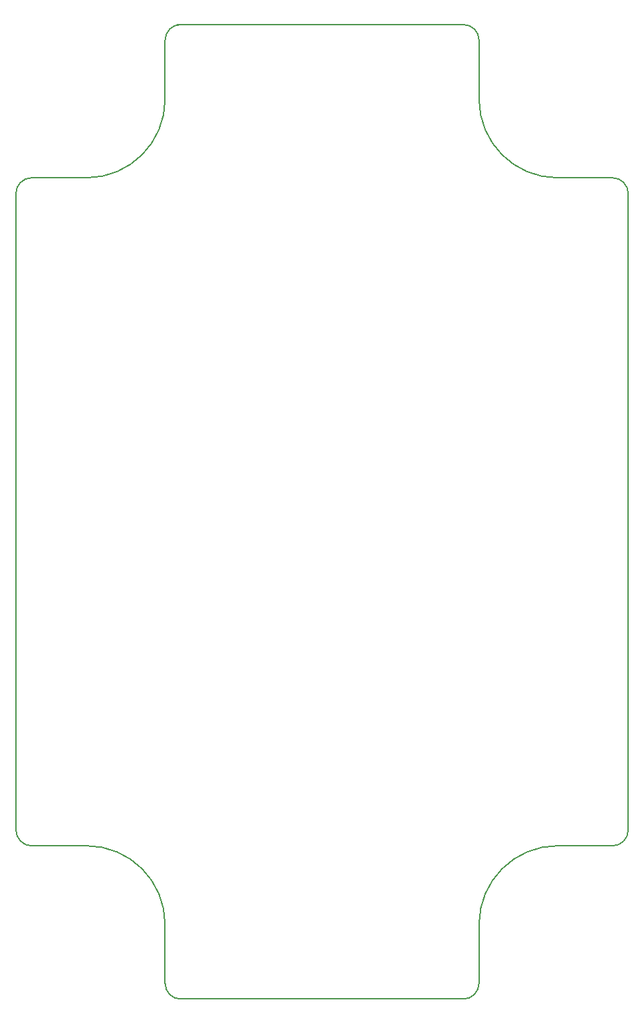
<source format=gbr>
G04 #@! TF.FileFunction,Profile,NP*
%FSLAX46Y46*%
G04 Gerber Fmt 4.6, Leading zero omitted, Abs format (unit mm)*
G04 Created by KiCad (PCBNEW 4.0.6) date Sunday, 07 February 2021 'PMt' 16:34:11*
%MOMM*%
%LPD*%
G01*
G04 APERTURE LIST*
%ADD10C,0.100000*%
%ADD11C,0.150000*%
G04 APERTURE END LIST*
D10*
D11*
X18500000Y121100000D02*
X18500000Y113600000D01*
X56500000Y123100000D02*
X20000000Y123100000D01*
X58500000Y113600000D02*
X58500000Y121100000D01*
X75500000Y103600000D02*
X68500000Y103600000D01*
X77500000Y20600000D02*
X77500000Y101600000D01*
X68500000Y18600000D02*
X75500000Y18600000D01*
X58500000Y1100000D02*
X58500000Y8600000D01*
X20500000Y-900000D02*
X56500000Y-900000D01*
X18500000Y9100000D02*
X18500000Y1100000D01*
X1500000Y18600000D02*
X8500000Y18600000D01*
X-500000Y101600000D02*
X-500000Y20600000D01*
X1500000Y103600000D02*
X8500000Y103600000D01*
X58500000Y121100000D02*
G75*
G03X56500000Y123100000I-2000000J0D01*
G01*
X20500000Y123100000D02*
G75*
G03X18500000Y121100000I0J-2000000D01*
G01*
X1500000Y103600000D02*
G75*
G03X-500000Y101600000I0J-2000000D01*
G01*
X-500000Y20600000D02*
G75*
G03X1500000Y18600000I2000000J0D01*
G01*
X18500000Y1100000D02*
G75*
G03X20500000Y-900000I2000000J0D01*
G01*
X56500000Y-900000D02*
G75*
G03X58500000Y1100000I0J2000000D01*
G01*
X75500000Y18600000D02*
G75*
G03X77500000Y20600000I0J2000000D01*
G01*
X77500000Y101600000D02*
G75*
G03X75500000Y103600000I-2000000J0D01*
G01*
X68500000Y18600000D02*
G75*
G03X58500000Y8600000I0J-10000000D01*
G01*
X18500000Y8600000D02*
G75*
G03X8500000Y18600000I-10000000J0D01*
G01*
X8500000Y103600000D02*
G75*
G03X18500000Y113600000I0J10000000D01*
G01*
X58500000Y113600000D02*
G75*
G03X68500000Y103600000I10000000J0D01*
G01*
M02*

</source>
